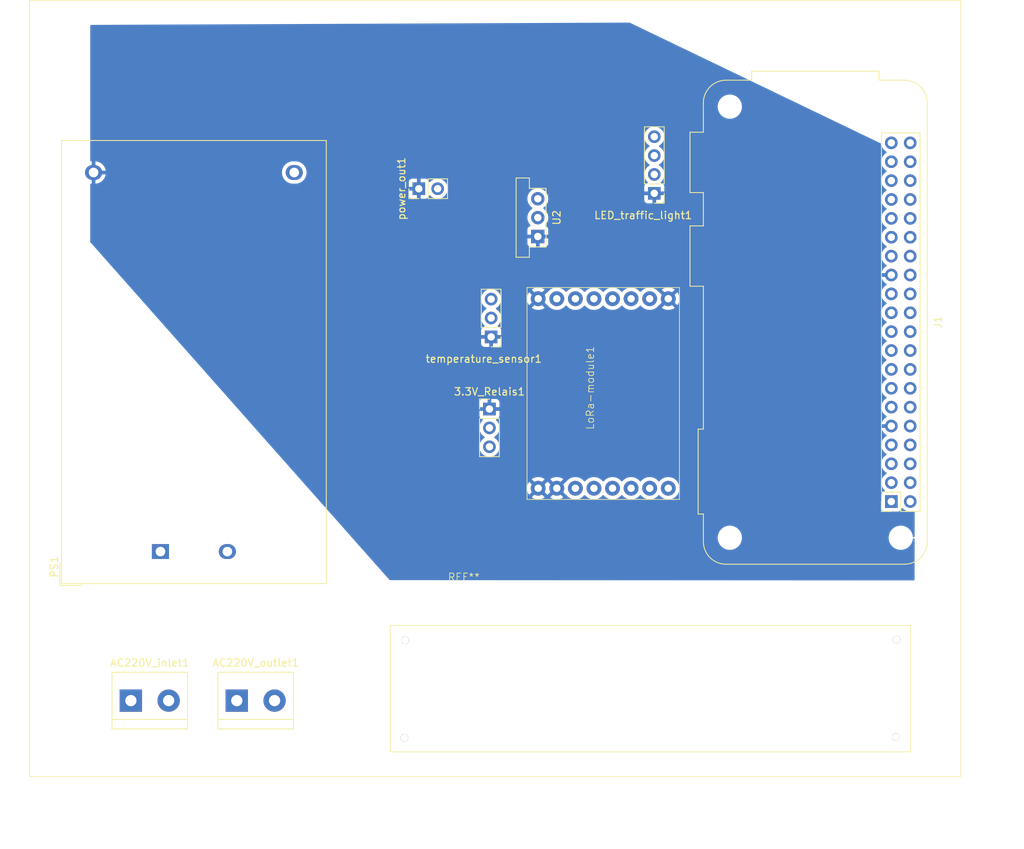
<source format=kicad_pcb>
(kicad_pcb (version 20240108) (generator "pcbnew") (generator_version "8.0")
  (layers (0 "F.Cu" signal) (31 "B.Cu" signal) (34 "B.Paste" user) (35 "F.Paste" user) (36 "B.SilkS" user "B.Silkscreen") (37 "F.SilkS" user "F.Silkscreen") (38 "B.Mask" user) (39 "F.Mask" user) (44 "Edge.Cuts" user))
  (net 0 "")
  (net 1 "Net-(J1-MISO0{slash}GPIO9)")
  (net 7 "Net-(J1-MOSI0{slash}GPIO10)")
  (net 10 "Net-(J1-GCLK0{slash}GPIO4)")
  (net 11 "Net-(J1-GPIO22)")
  (net 13 "Net-(J1-~{CE0}{slash}GPIO8)")
  (net 14 "Net-(3.3V_Relais1-3.3V)")
  (net 16 "Net-(3.3V_Relais1-GPIO)")
  (net 17 "Net-(AC220V_inlet1-AC)")
  (net 18 "Net-(J1-SCLK0{slash}GPIO11)")
  (net 19 "Net-(AC220V_inlet1-N)")
  (net 20 "Net-(PS1-+Vout)")
  (net 29 "Net-(J1-GPIO20{slash}MOSI1)")
  (net 30 "Net-(J1-GPIO16)")
  (net 33 "Net-(J1-GPIO21{slash}SCLK1)")
  (net 37 "Net-(J1-GPIO25)")
  (net 38 "GND")
  (net 39 "Net-(J1-3V3-Pad1)")
  (footprint "AAA_Emanuel:LoRa2" (layer "F.Cu") (at 106.42 71.64 90)
    (property "Reference" "LoRa-module1" (at 3.5 -3.5 90) (layer "F.SilkS") (effects (font (thickness 0.1))))
    (property "Value" "Ai-Thinker-Ra-02")
    (fp_line (start 17 -12) (end 17 8.5) (stroke (width 0.1)) (layer "F.SilkS"))
    (fp_line (start -11.5 -12) (end 17 -12) (stroke (width 0.1)) (layer "F.SilkS"))
    (fp_line (start -11.5 -12) (end -11.5 8.5) (stroke (width 0.1)) (layer "F.SilkS"))
    (fp_line (start -11.5 8.5) (end 17 8.5) (stroke (width 0.1)) (layer "F.SilkS"))
    (pad "1" thru_hole circle (at -10 -10.5 90) (size 2 2) (drill 1) (layers "*.Cu" "*.Mask") (net 38 "GND"))
    (pad "2" thru_hole circle (at -10 -8 90) (size 2 2) (drill 1) (layers "*.Cu" "*.Mask") (net 38 "GND"))
    (pad "3" thru_hole circle (at -10 -5.5 90) (size 2 2) (drill 1) (layers "*.Cu" "*.Mask") (net 14 "Net-(3.3V_Relais1-3.3V)"))
    (pad "4" thru_hole circle (at -10 -3 90) (size 2 2) (drill 1) (layers "*.Cu" "*.Mask") (net 11 "Net-(J1-GPIO22)"))
    (pad "5" thru_hole circle (at -10 -0.5 90) (size 2 2) (drill 1) (layers "*.Cu" "*.Mask") (net 10 "Net-(J1-GCLK0{slash}GPIO4)"))
    (pad "6" thru_hole circle (at -10 2 90) (size 2 2) (drill 1) (layers "*.Cu" "*.Mask"))
    (pad "7" thru_hole circle (at -10 4.5 90) (size 2 2) (drill 1) (layers "*.Cu" "*.Mask"))
    (pad "8" thru_hole circle (at -10 7 90) (size 2 2) (drill 1) (layers "*.Cu" "*.Mask"))
    (pad "9" thru_hole circle (at 15.5 7 90) (size 2 2) (drill 1) (layers "*.Cu" "*.Mask") (net 38 "GND"))
    (pad "10" thru_hole circle (at 15.5 4.5 90) (size 2 2) (drill 1) (layers "*.Cu" "*.Mask"))
    (pad "11" thru_hole circle (at 15.5 2 90) (size 2 2) (drill 1) (layers "*.Cu" "*.Mask"))
    (pad "12" thru_hole circle (at 15.5 -0.5 90) (size 2 2) (drill 1) (layers "*.Cu" "*.Mask") (net 18 "Net-(J1-SCLK0{slash}GPIO11)"))
    (pad "13" thru_hole circle (at 15.5 -3 90) (size 2 2) (drill 1) (layers "*.Cu" "*.Mask") (net 1 "Net-(J1-MISO0{slash}GPIO9)"))
    (pad "14" thru_hole circle (at 15.5 -5.5 90) (size 2 2) (drill 1) (layers "*.Cu" "*.Mask") (net 7 "Net-(J1-MOSI0{slash}GPIO10)"))
    (pad "15" thru_hole circle (at 15.5 -8 90) (size 2 2) (drill 1) (layers "*.Cu" "*.Mask") (net 13 "Net-(J1-~{CE0}{slash}GPIO8)"))
    (pad "16" thru_hole circle (at 15.5 -10.5 90) (size 2 2) (drill 1) (layers "*.Cu" "*.Mask") (net 38 "GND"))
  )
  (footprint "Connector_PinHeader_2.54mm:PinHeader_1x02_P2.54mm_Vertical" (layer "F.Cu") (at 79.855 41.34 90)
    (property "Reference" "power_out1" (at 0 -2.33 -90) (layer "F.SilkS"))
    (property "Value" "~")
    (fp_line (start -1.33 -1.33) (end 0 -1.33) (stroke (width 0.12)) (layer "F.SilkS"))
    (fp_line (start -1.33 0) (end -1.33 -1.33) (stroke (width 0.12)) (layer "F.SilkS"))
    (fp_line (start 1.33 1.27) (end 1.33 3.87) (stroke (width 0.12)) (layer "F.SilkS"))
    (fp_line (start -1.33 1.27) (end 1.33 1.27) (stroke (width 0.12)) (layer "F.SilkS"))
    (fp_line (start -1.33 1.27) (end -1.33 3.87) (stroke (width 0.12)) (layer "F.SilkS"))
    (fp_line (start -1.33 3.87) (end 1.33 3.87) (stroke (width 0.12)) (layer "F.SilkS"))
    (pad "1" thru_hole rect (at 0 0 90) (size 1.7 1.7) (drill 1) (layers "*.Cu" "*.Mask") (net 38 "GND"))
    (pad "2" thru_hole oval (at 0 2.54 90) (size 1.7 1.7) (drill 1) (layers "*.Cu" "*.Mask") (net 20 "Net-(PS1-+Vout)"))
  )
  (footprint "TerminalBlock:TerminalBlock_bornier-2_P5.08mm" (layer "F.Cu") (at 41.12 110.21)
    (property "Reference" "AC220V_inlet1" (at 2.54 -5.08 0) (layer "F.SilkS"))
    (property "Value" "~")
    (fp_line (start -2.54 -3.81) (end -2.54 3.81) (stroke (width 0.12)) (layer "F.SilkS"))
    (fp_line (start -2.54 3.81) (end 7.62 3.81) (stroke (width 0.12)) (layer "F.SilkS"))
    (fp_line (start 7.62 -3.81) (end -2.54 -3.81) (stroke (width 0.12)) (layer "F.SilkS"))
    (fp_line (start 7.62 2.54) (end -2.54 2.54) (stroke (width 0.12)) (layer "F.SilkS"))
    (fp_line (start 7.62 3.81) (end 7.62 -3.81) (stroke (width 0.12)) (layer "F.SilkS"))
    (pad "1" thru_hole rect (at 0 0) (size 3 3) (drill 1.52) (layers "*.Cu" "*.Mask") (net 17 "Net-(AC220V_inlet1-AC)"))
    (pad "2" thru_hole circle (at 5.08 0) (size 3 3) (drill 1.52) (layers "*.Cu" "*.Mask") (net 19 "Net-(AC220V_inlet1-N)"))
  )
  (footprint "Converter_DCDC:Converter_DCDC_Murata_OKI-78SR_Vertical" (layer "F.Cu") (at 95.87 47.77 90)
    (property "Reference" "U2" (at 2.54 2.54 270) (layer "F.SilkS"))
    (property "Value" "DC5V-DC3.3V")
    (fp_line (start 7.88 -2.92) (end -2.79 -2.92) (stroke (width 0.12)) (layer "F.SilkS"))
    (fp_line (start -2.79 -2.92) (end -2.79 -1.14) (stroke (width 0.12)) (layer "F.SilkS"))
    (fp_line (start 7.88 -1.15) (end 7.88 -2.92) (stroke (width 0.12)) (layer "F.SilkS"))
    (fp_line (start 7.88 -1.14) (end 6.48 -1.14) (stroke (width 0.12)) (layer "F.SilkS"))
    (fp_line (start 6.48 -1.14) (end 6.48 1.1) (stroke (width 0.12)) (layer "F.SilkS"))
    (fp_line (start -1.4 -1.14) (end -2.79 -1.14) (stroke (width 0.12)) (layer "F.SilkS"))
    (fp_line (start 6.48 1.1) (end -1.4 1.1) (stroke (width 0.12)) (layer "F.SilkS"))
    (fp_line (start -1.4 1.1) (end -1.4 -1.14) (stroke (width 0.12)) (layer "F.SilkS"))
    (pad "1" thru_hole rect (at 0 0 90) (size 1.8 1.8) (drill 1) (layers "*.Cu" "*.Mask") (net 38 "GND"))
    (pad "2" thru_hole circle (at 2.54 0 90) (size 1.8 1.8) (drill 1) (layers "*.Cu" "*.Mask") (net 14 "Net-(3.3V_Relais1-3.3V)"))
    (pad "3" thru_hole circle (at 5.08 0 90) (size 1.8 1.8) (drill 1) (layers "*.Cu" "*.Mask") (net 20 "Net-(PS1-+Vout)"))
  )
  (footprint "Connector_PinHeader_2.54mm:PinHeader_1x03_P2.54mm_Vertical" (layer "F.Cu") (at 89.36 70.98)
    (property "Reference" "3.3V_Relais1" (at 0 -2.33 0) (layer "F.SilkS"))
    (property "Value" "~")
    (fp_line (start -1.33 -1.33) (end 0 -1.33) (stroke (width 0.12)) (layer "F.SilkS"))
    (fp_line (start -1.33 0) (end -1.33 -1.33) (stroke (width 0.12)) (layer "F.SilkS"))
    (fp_line (start -1.33 1.27) (end -1.33 6.41) (stroke (width 0.12)) (layer "F.SilkS"))
    (fp_line (start -1.33 1.27) (end 1.33 1.27) (stroke (width 0.12)) (layer "F.SilkS"))
    (fp_line (start -1.33 6.41) (end 1.33 6.41) (stroke (width 0.12)) (layer "F.SilkS"))
    (fp_line (start 1.33 1.27) (end 1.33 6.41) (stroke (width 0.12)) (layer "F.SilkS"))
    (pad "1" thru_hole oval (at 0 5.08) (size 1.7 1.7) (drill 1) (layers "*.Cu" "*.Mask") (net 14 "Net-(3.3V_Relais1-3.3V)"))
    (pad "2" thru_hole oval (at 0 2.54) (size 1.7 1.7) (drill 1) (layers "*.Cu" "*.Mask") (net 16 "Net-(3.3V_Relais1-GPIO)"))
    (pad "3" thru_hole rect (at 0 0) (size 1.7 1.7) (drill 1) (layers "*.Cu" "*.Mask") (net 38 "GND"))
  )
  (footprint "Connector_PinHeader_2.54mm:PinHeader_1x04_P2.54mm_Vertical" (layer "F.Cu") (at 111.54 41.96 180)
    (property "Reference" "LED_traffic_light1" (at 1.5 -2.96 180) (layer "F.SilkS"))
    (property "Value" "~")
    (fp_line (start 1.33 1.27) (end 1.33 8.95) (stroke (width 0.12)) (layer "F.SilkS"))
    (fp_line (start -1.33 8.95) (end 1.33 8.95) (stroke (width 0.12)) (layer "F.SilkS"))
    (fp_line (start -1.33 1.27) (end 1.33 1.27) (stroke (width 0.12)) (layer "F.SilkS"))
    (fp_line (start -1.33 1.27) (end -1.33 8.95) (stroke (width 0.12)) (layer "F.SilkS"))
    (fp_line (start -1.33 0) (end -1.33 -1.33) (stroke (width 0.12)) (layer "F.SilkS"))
    (fp_line (start -1.33 -1.33) (end 0 -1.33) (stroke (width 0.12)) (layer "F.SilkS"))
    (pad "1" thru_hole rect (at 0 0 180) (size 1.7 1.7) (drill 1) (layers "*.Cu" "*.Mask") (net 38 "GND"))
    (pad "2" thru_hole oval (at 0 2.54 180) (size 1.7 1.7) (drill 1) (layers "*.Cu" "*.Mask") (net 30 "Net-(J1-GPIO16)"))
    (pad "3" thru_hole oval (at 0 5.08 180) (size 1.7 1.7) (drill 1) (layers "*.Cu" "*.Mask") (net 29 "Net-(J1-GPIO20{slash}MOSI1)"))
    (pad "4" thru_hole oval (at 0 7.62 180) (size 1.7 1.7) (drill 1) (layers "*.Cu" "*.Mask") (net 33 "Net-(J1-GPIO21{slash}SCLK1)"))
  )
  (footprint "MountingHole:MountingHole_3mm" (layer "F.Cu") (at 30.91 19.38)
    (property "Reference" "REF**" (hide yes))
    (property "Value" "MountingHole_3mm")
    (pad "" np_thru_hole circle (at 0 0) (size 3 3) (drill 3) (layers "*.Cu" "*.Mask"))
  )
  (footprint "Converter_ACDC:Converter_ACDC_Hi-Link_HLK-20Mxx" (layer "F.Cu") (at 45.1 90.16 90)
    (property "Reference" "PS1" (at -2.05 -14.29 -90) (layer "F.SilkS"))
    (property "Value" "HLK-20M05")
    (fp_line (start -4.55 -13.55) (end -1.55 -13.55) (stroke (width 0.12)) (layer "F.SilkS"))
    (fp_line (start 55.31 -13.31) (end 55.31 22.31) (stroke (width 0.12)) (layer "F.SilkS"))
    (fp_line (start -4.31 -13.31) (end 55.31 -13.31) (stroke (width 0.12)) (layer "F.SilkS"))
    (fp_line (start -4.31 -13.31) (end -4.31 22.31) (stroke (width 0.12)) (layer "F.SilkS"))
    (fp_line (start -4.55 -10.55) (end -4.55 -13.55) (stroke (width 0.12)) (layer "F.SilkS"))
    (fp_line (start -4.31 22.31) (end 55.31 22.31) (stroke (width 0.12)) (layer "F.SilkS"))
    (pad "1" thru_hole rect (at 0 0 90) (size 2 2.3) (drill 1.3) (layers "*.Cu" "*.Mask") (net 17 "Net-(AC220V_inlet1-AC)"))
    (pad "2" thru_hole oval (at 0 9 90) (size 2 2.3) (drill 1.3) (layers "*.Cu" "*.Mask") (net 19 "Net-(AC220V_inlet1-N)"))
    (pad "3" thru_hole oval (at 51 -9 90) (size 2 2.3) (drill 1.3) (layers "*.Cu" "*.Mask") (net 38 "GND"))
    (pad "4" thru_hole oval (at 51 18 90) (size 2 2.3) (drill 1.3) (layers "*.Cu" "*.Mask") (net 20 "Net-(PS1-+Vout)"))
  )
  (footprint "MountingHole:MountingHole_3mm" (layer "F.Cu") (at 149.39 116.9)
    (property "Reference" "REF**" (hide yes))
    (property "Value" "MountingHole_3mm")
    (pad "" np_thru_hole circle (at 0 0) (size 3 3) (drill 3) (layers "F&B.Cu" "*.Mask"))
  )
  (footprint "MountingHole:MountingHole_3mm" (layer "F.Cu") (at 30.85 116.92)
    (property "Reference" "REF**" (hide yes))
    (property "Value" "MountingHole_3mm")
    (pad "" np_thru_hole circle (at 0 0) (size 3 3) (drill 3) (layers "F&B.Cu" "*.Mask"))
  )
  (footprint "MountingHole:MountingHole_3mm" (layer "F.Cu") (at 149.45 19.36)
    (property "Reference" "REF**" (hide yes))
    (property "Value" "MountingHole_3mm")
    (pad "" np_thru_hole circle (at 0 0) (size 3 3) (drill 3) (layers "*.Cu" "*.Mask"))
  )
  (footprint "TerminalBlock:TerminalBlock_bornier-2_P5.08mm" (layer "F.Cu") (at 55.37 110.21)
    (property "Reference" "AC220V_outlet1" (at 2.54 -5.08 0) (layer "F.SilkS"))
    (property "Value" "~")
    (fp_line (start -2.54 -3.81) (end -2.54 3.81) (stroke (width 0.12)) (layer "F.SilkS"))
    (fp_line (start -2.54 3.81) (end 7.62 3.81) (stroke (width 0.12)) (layer "F.SilkS"))
    (fp_line (start 7.62 -3.81) (end -2.54 -3.81) (stroke (width 0.12)) (layer "F.SilkS"))
    (fp_line (start 7.62 2.54) (end -2.54 2.54) (stroke (width 0.12)) (layer "F.SilkS"))
    (fp_line (start 7.62 3.81) (end 7.62 -3.81) (stroke (width 0.12)) (layer "F.SilkS"))
    (pad "1" thru_hole rect (at 0 0) (size 3 3) (drill 1.52) (layers "*.Cu" "*.Mask") (net 17 "Net-(AC220V_inlet1-AC)"))
    (pad "2" thru_hole circle (at 5.08 0) (size 3 3) (drill 1.52) (layers "*.Cu" "*.Mask") (net 19 "Net-(AC220V_inlet1-N)"))
  )
  (footprint "Module:Raspberry_Pi_Zero_Socketed_THT_FaceDown_MountingHoles" (layer "F.Cu") (at 143.43 83.43 180)
    (property "Reference" "J1" (at -6.27 24.13 270) (layer "F.SilkS"))
    (property "Value" "raspi-zero-2-w")
    (fp_line (start 27.09 49.69) (end 27.09 41.57) (stroke (width 0.12)) (layer "F.SilkS"))
    (fp_line (start 27.09 41.57) (end 25.29 41.57) (stroke (width 0.12)) (layer "F.SilkS"))
    (fp_line (start 27.09 37.09) (end 27.09 28.97) (stroke (width 0.12)) (layer "F.SilkS"))
    (fp_line (start 27.09 28.97) (end 25.29 28.97) (stroke (width 0.12)) (layer "F.SilkS"))
    (fp_line (start 25.99 9.74) (end 25.99 -1.68) (stroke (width 0.12)) (layer "F.SilkS"))
    (fp_line (start 25.99 -1.68) (end 25.29 -1.68) (stroke (width 0.12)) (layer "F.SilkS"))
    (fp_line (start 25.29 53.63) (end 25.29 49.69) (stroke (width 0.12)) (layer "F.SilkS"))
    (fp_line (start 25.29 49.69) (end 27.09 49.69) (stroke (width 0.12)) (layer "F.SilkS"))
    (fp_line (start 25.29 41.57) (end 25.29 37.09) (stroke (width 0.12)) (layer "F.SilkS"))
    (fp_line (start 25.29 37.09) (end 27.09 37.09) (stroke (width 0.12)) (layer "F.SilkS"))
    (fp_line (start 25.29 28.97) (end 25.29 9.74) (stroke (width 0.12)) (layer "F.SilkS"))
    (fp_line (start 25.29 9.74) (end 25.99 9.74) (stroke (width 0.12)) (layer "F.SilkS"))
    (fp_line (start 25.29 -1.68) (end 25.29 -5.37) (stroke (width 0.12)) (layer "F.SilkS"))
    (fp_line (start 18.79 57.89) (end 18.79 56.69) (stroke (width 0.12)) (layer "F.SilkS"))
    (fp_line (start 18.79 56.69) (end 22.23 56.69) (stroke (width 0.12)) (layer "F.SilkS"))
    (fp_line (start 1.67 57.89) (end 18.79 57.89) (stroke (width 0.12)) (layer "F.SilkS"))
    (fp_line (start 1.67 56.69) (end 1.67 57.89) (stroke (width 0.12)) (layer "F.SilkS"))
    (fp_line (start 1.67 56.69) (end -1.77 56.69) (stroke (width 0.12)) (layer "F.SilkS"))
    (fp_line (start 1.33 1.27) (end 1.33 49.59) (stroke (width 0.12)) (layer "F.SilkS"))
    (fp_line (start 1.33 -1.33) (end 1.33 0) (stroke (width 0.12)) (layer "F.SilkS"))
    (fp_line (start 0 -1.33) (end 1.33 -1.33) (stroke (width 0.12)) (layer "F.SilkS"))
    (fp_line (start -1.27 1.27) (end 1.33 1.27) (stroke (width 0.12)) (layer "F.SilkS"))
    (fp_line (start -1.27 -1.33) (end -1.27 1.27) (stroke (width 0.12)) (layer "F.SilkS"))
    (fp_line (start -1.77 -8.43) (end 22.23 -8.43) (stroke (width 0.12)) (layer "F.SilkS"))
    (fp_line (start -3.87 49.59) (end 1.33 49.59) (stroke (width 0.12)) (layer "F.SilkS"))
    (fp_line (start -3.87 -1.33) (end -1.27 -1.33) (stroke (width 0.12)) (layer "F.SilkS"))
    (fp_line (start -3.87 -1.33) (end -3.87 49.59) (stroke (width 0.12)) (layer "F.SilkS"))
    (fp_line (start -4.83 53.63) (end -4.83 -5.37) (stroke (width 0.12)) (layer "F.SilkS"))
    (fp_arc (start 25.29 53.63) (mid 24.393747 55.793747) (end 22.23 56.69) (stroke (width 0.12)) (layer "F.SilkS"))
    (fp_arc (start 22.23 -8.43) (mid 24.393747 -7.533747) (end 25.29 -5.37) (stroke (width 0.12)) (layer "F.SilkS"))
    (fp_arc (start -1.77 56.69) (mid -3.933747 55.793747) (end -4.83 53.63) (stroke (width 0.12)) (layer "F.SilkS"))
    (fp_arc (start -4.83 -5.37) (mid -3.933747 -7.533747) (end -1.77 -8.43) (stroke (width 0.12)) (layer "F.SilkS"))
    (pad "" np_thru_hole circle (at -1.27 -4.87 270) (size 2.75 2.75) (drill 2.75) (layers "*.Cu" "*.Mask"))
    (pad "" np_thru_hole circle (at -1.27 53.13 270) (size 2.75 2.75) (drill 2.75) (layers "*.Cu" "*.Mask"))
    (pad "" np_thru_hole circle (at 21.73 -4.87 270) (size 2.75 2.75) (drill 2.75) (layers "*.Cu" "*.Mask"))
    (pad "" np_thru_hole circle (at 21.73 53.13 270) (size 2.75 2.75) (drill 2.75) (layers "*.Cu" "*.Mask"))
    (pad "1" thru_hole rect (at 0 0 180) (size 1.7 1.7) (drill 1) (layers "*.Cu" "*.Mask") (net 39 "Net-(J1-3V3-Pad1)"))
    (pad "2" thru_hole oval (at -2.54 0 180) (size 1.7 1.7) (drill 1) (layers "*.Cu" "*.Mask") (net 20 "Net-(PS1-+Vout)"))
    (pad "3" thru_hole oval (at 0 2.54 180) (size 1.7 1.7) (drill 1) (layers "*.Cu" "*.Mask") (net 16 "Net-(3.3V_Relais1-GPIO)"))
    (pad "4" thru_hole oval (at -2.54 2.54 180) (size 1.7 1.7) (drill 1) (layers "*.Cu" "*.Mask") (net 20 "Net-(PS1-+Vout)"))
    (pad "5" thru_hole oval (at 0 5.08 180) (size 1.7 1.7) (drill 1) (layers "*.Cu" "*.Mask"))
    (pad "6" thru_hole oval (at -2.54 5.08 180) (size 1.7 1.7) (drill 1) (layers "*.Cu" "*.Mask") (net 38 "GND"))
    (pad "7" thru_hole oval (at 0 7.62 180) (size 1.7 1.7) (drill 1) (layers "*.Cu" "*.Mask") (net 10 "Net-(J1-GCLK0{slash}GPIO4)"))
    (pad "8" thru_hole oval (at -2.54 7.62 180) (size 1.7 1.7) (drill 1) (layers "*.Cu" "*.Mask"))
    (pad "9" thru_hole oval (at 0 10.16 180) (size 1.7 1.7) (drill 1) (layers "*.Cu" "*.Mask") (net 38 "GND"))
    (pad "10" thru_hole oval (at -2.54 10.16 180) (size 1.7 1.7) (drill 1) (layers "*.Cu" "*.Mask"))
    (pad "11" thru_hole oval (at 0 12.7 180) (size 1.7 1.7) (drill 1) (layers "*.Cu" "*.Mask"))
    (pad "12" thru_hole oval (at -2.54 12.7 180) (size 1.7 1.7) (drill 1) (layers "*.Cu" "*.Mask"))
    (pad "13" thru_hole oval (at 0 15.24 180) (size 1.7 1.7) (drill 1) (layers "*.Cu" "*.Mask"))
    (pad "14" thru_hole oval (at -2.54 15.24 180) (size 1.7 1.7) (drill 1) (layers "*.Cu" "*.Mask") (net 38 "GND"))
    (pad "15" thru_hole oval (at 0 17.78 180) (size 1.7 1.7) (drill 1) (layers "*.Cu" "*.Mask") (net 11 "Net-(J1-GPIO22)"))
    (pad "16" thru_hole oval (at -2.54 17.78 180) (size 1.7 1.7) (drill 1) (layers "*.Cu" "*.Mask"))
    (pad "17" thru_hole oval (at 0 20.32 180) (size 1.7 1.7) (drill 1) (layers "*.Cu" "*.Mask") (net 39 "Net-(J1-3V3-Pad1)"))
    (pad "18" thru_hole oval (at -2.54 20.32 180) (size 1.7 1.7) (drill 1) (layers "*.Cu" "*.Mask"))
    (pad "19" thru_hole oval (at 0 22.86 180) (size 1.7 1.7) (drill 1) (layers "*.Cu" "*.Mask") (net 7 "Net-(J1-MOSI0{slash}GPIO10)"))
    (pad "20" thru_hole oval (at -2.54 22.86 180) (size 1.7 1.7) (drill 1) (layers "*.Cu" "*.Mask") (net 38 "GND"))
    (pad "21" thru_hole oval (at 0 25.4 180) (size 1.7 1.7) (drill 1) (layers "*.Cu" "*.Mask") (net 1 "Net-(J1-MISO0{slash}GPIO9)"))
    (pad "22" thru_hole oval (at -2.54 25.4 180) (size 1.7 1.7) (drill 1) (layers "*.Cu" "*.Mask") (net 37 "Net-(J1-GPIO25)"))
    (pad "23" thru_hole oval (at 0 27.94 180) (size 1.7 1.7) (drill 1) (layers "*.Cu" "*.Mask") (net 18 "Net-(J1-SCLK0{slash}GPIO11)"))
    (pad "24" thru_hole oval (at -2.54 27.94 180) (size 1.7 1.7) (drill 1) (layers "*.Cu" "*.Mask") (net 13 "Net-(J1-~{CE0}{slash}GPIO8)"))
    (pad "25" thru_hole oval (at 0 30.48 180) (size 1.7 1.7) (drill 1) (layers "*.Cu" "*.Mask") (net 38 "GND"))
    (pad "26" thru_hole oval (at -2.54 30.48 180) (size 1.7 1.7) (drill 1) (layers "*.Cu" "*.Mask"))
    (pad "27" thru_hole oval (at 0 33.02 180) (size 1.7 1.7) (drill 1) (layers "*.Cu" "*.Mask"))
    (pad "28" thru_hole oval (at -2.54 33.02 180) (size 1.7 1.7) (drill 1) (layers "*.Cu" "*.Mask"))
    (pad "29" thru_hole oval (at 0 35.56 180) (size 1.7 1.7) (drill 1) (layers "*.Cu" "*.Mask"))
    (pad "30" thru_hole oval (at -2.54 35.56 180) (size 1.7 1.7) (drill 1) (layers "*.Cu" "*.Mask") (net 38 "GND"))
    (pad "31" thru_hole oval (at 0 38.1 180) (size 1.7 1.7) (drill 1) (layers "*.Cu" "*.Mask"))
    (pad "32" thru_hole oval (at -2.54 38.1 180) (size 1.7 1.7) (drill 1) (layers "*.Cu" "*.Mask"))
    (pad "33" thru_hole oval (at 0 40.64 180) (size 1.7 1.7) (drill 1) (layers "*.Cu" "*.Mask"))
    (pad "34" thru_hole oval (at -2.54 40.64 180) (size 1.7 1.7) (drill 1) (layers "*.Cu" "*.Mask") (net 38 "GND"))
    (pad "35" thru_hole oval (at 0 43.18 180) (size 1.7 1.7) (drill 1) (layers "*.Cu" "*.Mask"))
    (pad "36" thru_hole oval (at -2.54 43.18 180) (size 1.7 1.7) (drill 1) (layers "*.Cu" "*.Mask") (net 30 "Net-(J1-GPIO16)"))
    (pad "37" thru_hole oval (at 0 45.72 180) (size 1.7 1.7) (drill 1) (layers "*.Cu" "*.Mask"))
    (pad "38" thru_hole oval (at -2.54 45.72 180) (size 1.7 1.7) (drill 1) (layers "*.Cu" "*.Mask") (net 29 "Net-(J1-GPIO20{slash}MOSI1)"))
    (pad "39" thru_hole oval (at 0 48.26 180) (size 1.7 1.7) (drill 1) (layers "*.Cu" "*.Mask") (net 38 "GND"))
    (pad "40" thru_hole oval (at -2.54 48.26 180) (size 1.7 1.7) (drill 1) (layers "*.Cu" "*.Mask") (net 33 "Net-(J1-GPIO21{slash}SCLK1)"))
  )
  (footprint "AAA_Emanuel:Relais_holder" (layer "F.Cu") (at 76.02 100.1)
    (property "Reference" "REF**" (at 9.9 -6.5 0) (layer "F.SilkS") (effects (font (thickness 0.1))))
    (property "Value" "Relais_holder")
    (fp_rect (start 0 0) (end 70 17) (stroke (width 0.1)) (fill none) (layer "F.SilkS"))
    (pad "1" thru_hole circle (at 2 2) (size 1 1) (drill 3) (layers "*.Cu" "*.Mask"))
    (pad "2" thru_hole circle (at 1.9 15.1) (size 1 1) (drill 3) (layers "*.Cu" "*.Mask"))
    (pad "3" thru_hole circle (at 68.1 1.9) (size 1 1) (drill 3) (layers "*.Cu" "*.Mask"))
    (pad "4" thru_hole circle (at 68 15) (size 1 1) (drill 3) (layers "*.Cu" "*.Mask"))
  )
  (footprint "Connector_PinHeader_2.54mm:PinHeader_1x03_P2.54mm_Vertical" (layer "F.Cu") (at 89.59 61.275 180)
    (property "Reference" "temperature_sensor1" (at 1 -2.96 180) (layer "F.SilkS"))
    (property "Value" "DS18B20")
    (fp_line (start 1.33 1.27) (end 1.33 6.41) (stroke (width 0.12)) (layer "F.SilkS"))
    (fp_line (start -1.33 6.41) (end 1.33 6.41) (stroke (width 0.12)) (layer "F.SilkS"))
    (fp_line (start -1.33 1.27) (end 1.33 1.27) (stroke (width 0.12)) (layer "F.SilkS"))
    (fp_line (start -1.33 1.27) (end -1.33 6.41) (stroke (width 0.12)) (layer "F.SilkS"))
    (fp_line (start -1.33 0) (end -1.33 -1.33) (stroke (width 0.12)) (layer "F.SilkS"))
    (fp_line (start -1.33 -1.33) (end 0 -1.33) (stroke (width 0.12)) (layer "F.SilkS"))
    (pad "1" thru_hole rect (at 0 0 180) (size 1.7 1.7) (drill 1) (layers "*.Cu" "*.Mask") (net 38 "GND"))
    (pad "2" thru_hole oval (at 0 2.54 180) (size 1.7 1.7) (drill 1) (layers "*.Cu" "*.Mask") (net 37 "Net-(J1-GPIO25)"))
    (pad "3" thru_hole oval (at 0 5.08 180) (size 1.7 1.7) (drill 1) (layers "*.Cu" "*.Mask") (net 20 "Net-(PS1-+Vout)"))
  )
  (gr_rect (start 27.5 16) (end 152.78 120.42) (stroke (width 0.1)) (fill none) (layer "F.SilkS"))
  (zone (net 38) (net_name "GND") (layer "B.Cu") (name "GND_main") (connect_pads (clearance 0.5)) (min_thickness 0.25) (fill yes (thermal_gap 0.5) (thermal_bridge_width 0.5))
    (polygon (pts (xy 35.65 19.3) (xy 35.65 48.52) (xy 75.93 94) (xy 146.56 94.04) (xy 146.62 37.46) (xy 108.22 18.99)))
  )
)
</source>
